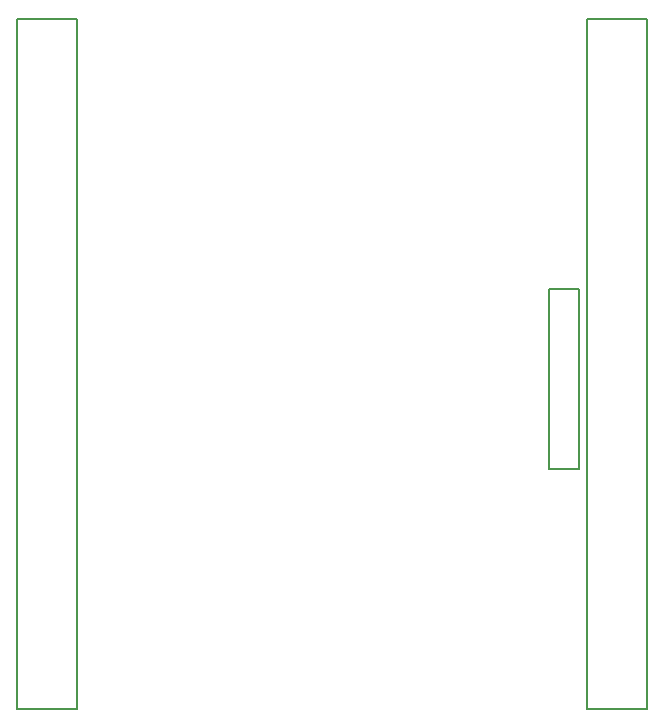
<source format=gbo>
G04*
G04 #@! TF.GenerationSoftware,Altium Limited,Altium Designer,23.5.1 (21)*
G04*
G04 Layer_Color=32896*
%FSLAX44Y44*%
%MOMM*%
G71*
G04*
G04 #@! TF.SameCoordinates,8DBBECA3-F22B-4787-8F39-2E3879C6619A*
G04*
G04*
G04 #@! TF.FilePolarity,Positive*
G04*
G01*
G75*
%ADD12C,0.2000*%
D12*
X492760Y685800D02*
X543560D01*
X492760Y101600D02*
X543560D01*
Y685800D01*
X492760Y101600D02*
Y685800D01*
X10160Y101600D02*
X60960D01*
X10160D02*
Y685800D01*
X60960D01*
Y101600D02*
Y685800D01*
X461010Y304800D02*
X486410D01*
X461010Y457200D02*
X486410D01*
Y304800D02*
Y457200D01*
X461010Y304800D02*
Y457200D01*
M02*

</source>
